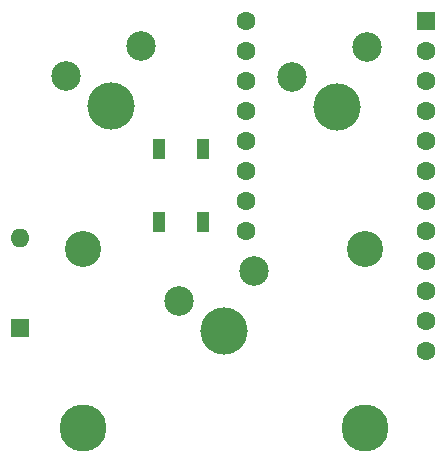
<source format=gbs>
%TF.GenerationSoftware,KiCad,Pcbnew,(6.0.8)*%
%TF.CreationDate,2024-06-02T21:29:15+02:00*%
%TF.ProjectId,micropad,6d696372-6f70-4616-942e-6b696361645f,rev?*%
%TF.SameCoordinates,Original*%
%TF.FileFunction,Soldermask,Bot*%
%TF.FilePolarity,Negative*%
%FSLAX46Y46*%
G04 Gerber Fmt 4.6, Leading zero omitted, Abs format (unit mm)*
G04 Created by KiCad (PCBNEW (6.0.8)) date 2024-06-02 21:29:15*
%MOMM*%
%LPD*%
G01*
G04 APERTURE LIST*
%ADD10R,1.600000X1.600000*%
%ADD11C,1.600000*%
%ADD12C,3.048000*%
%ADD13C,3.987800*%
%ADD14C,4.000000*%
%ADD15C,2.500000*%
%ADD16R,1.100000X1.800000*%
%ADD17O,1.600000X1.600000*%
G04 APERTURE END LIST*
D10*
X75670000Y-49850000D03*
D11*
X75670000Y-52390000D03*
X75670000Y-54930000D03*
X75670000Y-57470000D03*
X75670000Y-60010000D03*
X75670000Y-62550000D03*
X75670000Y-65090000D03*
X75670000Y-67630000D03*
X75670000Y-70170000D03*
X75670000Y-72710000D03*
X75670000Y-75250000D03*
X75670000Y-77790000D03*
X60430000Y-67630000D03*
X60430000Y-65090000D03*
X60430000Y-62550000D03*
X60430000Y-60010000D03*
X60430000Y-57470000D03*
X60430000Y-54930000D03*
X60430000Y-52390000D03*
X60430000Y-49850000D03*
D12*
X46592000Y-69160050D03*
X70468000Y-69160050D03*
D13*
X46592000Y-84370050D03*
X70468000Y-84370050D03*
D14*
X58550000Y-76160000D03*
D15*
X61090000Y-71080000D03*
X54740000Y-73620000D03*
D16*
X53030000Y-60670000D03*
X53030000Y-66870000D03*
X56730000Y-66870000D03*
X56730000Y-60670000D03*
D17*
X41270000Y-68260000D03*
D10*
X41270000Y-75880000D03*
D15*
X64250000Y-54600000D03*
X70600000Y-52060000D03*
D14*
X68060000Y-57140000D03*
X48990000Y-57100000D03*
D15*
X51530000Y-52020000D03*
X45180000Y-54560000D03*
M02*

</source>
